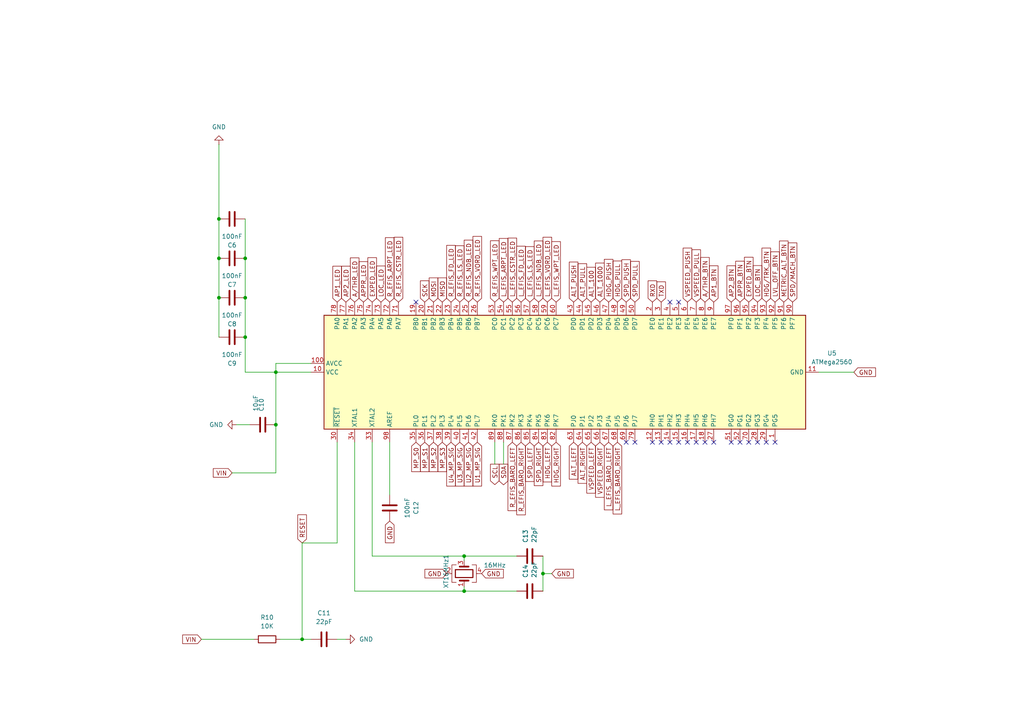
<source format=kicad_sch>
(kicad_sch (version 20231120) (generator "eeschema") (generator_version "8.0")
  (paper "A4")
  (title_block (title "FCU Mainboard schematics") (date "2024-03-05") (rev "1.0"))
  (lib_symbols
    (symbol "Device:C" (pin_numbers hide) (pin_names (offset 0.254))
      (property "Reference" "C" (at 0.635 2.54 0))
      (property "Value" "C" (at 0.635 -2.54 0))
      (symbol "C_0_1"
        (polyline (pts (xy -2.032 -0.762) (xy 2.032 -0.762)) (stroke (width 0.508)))
        (polyline (pts (xy -2.032 0.762) (xy 2.032 0.762)) (stroke (width 0.508)))
      )
      (symbol "C_1_1"
        (pin passive line (at 0 3.81 270) (length 2.794) (name "~") (number "1"))
        (pin passive line (at 0 -3.81 90) (length 2.794) (name "~") (number "2"))
      )
    )
    (symbol "Device:Crystal_GND24" (pin_names (offset 1.016) hide)
      (property "Reference" "Y" (at 3.175 5.08 0))
      (property "Value" "Crystal_GND24" (at 3.175 3.175 0))
      (symbol "Crystal_GND24_0_1"
        (rectangle (start -1.143 2.54) (end 1.143 -2.54) (stroke (width 0.3048)))
        (polyline (pts (xy -2.54 0) (xy -2.032 0)))
        (polyline (pts (xy -2.032 -1.27) (xy -2.032 1.27)) (stroke (width 0.508)))
        (polyline (pts (xy 0 -3.81) (xy 0 -3.556)))
        (polyline (pts (xy 0 3.556) (xy 0 3.81)))
        (polyline (pts (xy 2.032 -1.27) (xy 2.032 1.27)) (stroke (width 0.508)))
        (polyline (pts (xy 2.032 0) (xy 2.54 0)))
        (polyline (pts (xy -2.54 -2.286) (xy -2.54 -3.556) (xy 2.54 -3.556) (xy 2.54 -2.286)))
        (polyline (pts (xy -2.54 2.286) (xy -2.54 3.556) (xy 2.54 3.556) (xy 2.54 2.286)))
      )
      (symbol "Crystal_GND24_1_1"
        (pin passive line (at -3.81 0 0) (length 1.27) (name "1") (number "1"))
        (pin passive line (at 0 5.08 270) (length 1.27) (name "2") (number "2"))
        (pin passive line (at 3.81 0 180) (length 1.27) (name "3") (number "3"))
        (pin passive line (at 0 -5.08 90) (length 1.27) (name "4") (number "4"))
      )
    )
    (symbol "Device:R" (pin_numbers hide) (pin_names (offset 0))
      (property "Reference" "R" (at 2.032 0 90))
      (property "Value" "R" (at 0 0 90))
      (symbol "R_0_1"
        (rectangle (start -1.016 -2.54) (end 1.016 2.54) (stroke (width 0.254)))
      )
      (symbol "R_1_1"
        (pin passive line (at 0 3.81 270) (length 1.27) (name "~") (number "1"))
        (pin passive line (at 0 -3.81 90) (length 1.27) (name "~") (number "2"))
      )
    )
    (symbol "MCU_Microchip_ATmega:ATmega2560-16A"
      (property "Reference" "U" (at 0 1.27 0))
      (property "Value" "ATmega2560-16A" (at 0 -1.27 0))
      (symbol "ATmega2560-16A_0_1"
        (rectangle (start -16.51 -69.85) (end 16.51 69.85) (stroke (width 0.254)) (fill (type background)))
      )
      (symbol "ATmega2560-16A_1_1"
        (pin bidirectional line (at -20.32 -60.96 0) (length 3.81) (name "PG5") (number "1"))
        (pin power_in line (at 0 73.66 270) (length 3.81) (name "VCC") (number "10"))
        (pin power_in line (at 2.54 73.66 270) (length 3.81) (name "AVCC") (number "100"))
        (pin power_in line (at 0 -73.66 90) (length 3.81) (name "GND") (number "11"))
        (pin bidirectional line (at -20.32 -25.4 0) (length 3.81) (name "PH0") (number "12"))
        (pin bidirectional line (at -20.32 -27.94 0) (length 3.81) (name "PH1") (number "13"))
        (pin bidirectional line (at -20.32 -30.48 0) (length 3.81) (name "PH2") (number "14"))
        (pin bidirectional line (at -20.32 -33.02 0) (length 3.81) (name "PH3") (number "15"))
        (pin bidirectional line (at -20.32 -35.56 0) (length 3.81) (name "PH4") (number "16"))
        (pin bidirectional line (at -20.32 -38.1 0) (length 3.81) (name "PH5") (number "17"))
        (pin bidirectional line (at -20.32 -40.64 0) (length 3.81) (name "PH6") (number "18"))
        (pin bidirectional line (at 20.32 43.18 180) (length 3.81) (name "PB0") (number "19"))
        (pin bidirectional line (at 20.32 -25.4 180) (length 3.81) (name "PE0") (number "2"))
        (pin bidirectional line (at 20.32 40.64 180) (length 3.81) (name "PB1") (number "20"))
        (pin bidirectional line (at 20.32 38.1 180) (length 3.81) (name "PB2") (number "21"))
        (pin bidirectional line (at 20.32 35.56 180) (length 3.81) (name "PB3") (number "22"))
        (pin bidirectional line (at 20.32 33.02 180) (length 3.81) (name "PB4") (number "23"))
        (pin bidirectional line (at 20.32 30.48 180) (length 3.81) (name "PB5") (number "24"))
        (pin bidirectional line (at 20.32 27.94 180) (length 3.81) (name "PB6") (number "25"))
        (pin bidirectional line (at 20.32 25.4 180) (length 3.81) (name "PB7") (number "26"))
        (pin bidirectional line (at -20.32 -43.18 0) (length 3.81) (name "PH7") (number "27"))
        (pin bidirectional line (at -20.32 -55.88 0) (length 3.81) (name "PG3") (number "28"))
        (pin bidirectional line (at -20.32 -58.42 0) (length 3.81) (name "PG4") (number "29"))
        (pin bidirectional line (at 20.32 -27.94 180) (length 3.81) (name "PE1") (number "3"))
        (pin input line (at -20.32 66.04 0) (length 3.81) (name "~{RESET}") (number "30"))
        (pin passive line (at 0 73.66 270) (length 3.81) hide (name "VCC") (number "31"))
        (pin passive line (at 0 -73.66 90) (length 3.81) hide (name "GND") (number "32"))
        (pin output line (at -20.32 55.88 0) (length 3.81) (name "XTAL2") (number "33"))
        (pin input line (at -20.32 60.96 0) (length 3.81) (name "XTAL1") (number "34"))
        (pin bidirectional line (at -20.32 43.18 0) (length 3.81) (name "PL0") (number "35"))
        (pin bidirectional line (at -20.32 40.64 0) (length 3.81) (name "PL1") (number "36"))
        (pin bidirectional line (at -20.32 38.1 0) (length 3.81) (name "PL2") (number "37"))
        (pin bidirectional line (at -20.32 35.56 0) (length 3.81) (name "PL3") (number "38"))
        (pin bidirectional line (at -20.32 33.02 0) (length 3.81) (name "PL4") (number "39"))
        (pin bidirectional line (at 20.32 -30.48 180) (length 3.81) (name "PE2") (number "4"))
        (pin bidirectional line (at -20.32 30.48 0) (length 3.81) (name "PL5") (number "40"))
        (pin bidirectional line (at -20.32 27.94 0) (length 3.81) (name "PL6") (number "41"))
        (pin bidirectional line (at -20.32 25.4 0) (length 3.81) (name "PL7") (number "42"))
        (pin bidirectional line (at 20.32 -2.54 180) (length 3.81) (name "PD0") (number "43"))
        (pin bidirectional line (at 20.32 -5.08 180) (length 3.81) (name "PD1") (number "44"))
        (pin bidirectional line (at 20.32 -7.62 180) (length 3.81) (name "PD2") (number "45"))
        (pin bidirectional line (at 20.32 -10.16 180) (length 3.81) (name "PD3") (number "46"))
        (pin bidirectional line (at 20.32 -12.7 180) (length 3.81) (name "PD4") (number "47"))
        (pin bidirectional line (at 20.32 -15.24 180) (length 3.81) (name "PD5") (number "48"))
        (pin bidirectional line (at 20.32 -17.78 180) (length 3.81) (name "PD6") (number "49"))
        (pin bidirectional line (at 20.32 -33.02 180) (length 3.81) (name "PE3") (number "5"))
        (pin bidirectional line (at 20.32 -20.32 180) (length 3.81) (name "PD7") (number "50"))
        (pin bidirectional line (at -20.32 -48.26 0) (length 3.81) (name "PG0") (number "51"))
        (pin bidirectional line (at -20.32 -50.8 0) (length 3.81) (name "PG1") (number "52"))
        (pin bidirectional line (at 20.32 20.32 180) (length 3.81) (name "PC0") (number "53"))
        (pin bidirectional line (at 20.32 17.78 180) (length 3.81) (name "PC1") (number "54"))
        (pin bidirectional line (at 20.32 15.24 180) (length 3.81) (name "PC2") (number "55"))
        (pin bidirectional line (at 20.32 12.7 180) (length 3.81) (name "PC3") (number "56"))
        (pin bidirectional line (at 20.32 10.16 180) (length 3.81) (name "PC4") (number "57"))
        (pin bidirectional line (at 20.32 7.62 180) (length 3.81) (name "PC5") (number "58"))
        (pin bidirectional line (at 20.32 5.08 180) (length 3.81) (name "PC6") (number "59"))
        (pin bidirectional line (at 20.32 -35.56 180) (length 3.81) (name "PE4") (number "6"))
        (pin bidirectional line (at 20.32 2.54 180) (length 3.81) (name "PC7") (number "60"))
        (pin passive line (at 0 73.66 270) (length 3.81) hide (name "VCC") (number "61"))
        (pin passive line (at 0 -73.66 90) (length 3.81) hide (name "GND") (number "62"))
        (pin bidirectional line (at -20.32 -2.54 0) (length 3.81) (name "PJ0") (number "63"))
        (pin bidirectional line (at -20.32 -5.08 0) (length 3.81) (name "PJ1") (number "64"))
        (pin bidirectional line (at -20.32 -7.62 0) (length 3.81) (name "PJ2") (number "65"))
        (pin bidirectional line (at -20.32 -10.16 0) (length 3.81) (name "PJ3") (number "66"))
        (pin bidirectional line (at -20.32 -12.7 0) (length 3.81) (name "PJ4") (number "67"))
        (pin bidirectional line (at -20.32 -15.24 0) (length 3.81) (name "PJ5") (number "68"))
        (pin bidirectional line (at -20.32 -17.78 0) (length 3.81) (name "PJ6") (number "69"))
        (pin bidirectional line (at 20.32 -38.1 180) (length 3.81) (name "PE5") (number "7"))
        (pin bidirectional line (at -20.32 -53.34 0) (length 3.81) (name "PG2") (number "70"))
        (pin bidirectional line (at 20.32 48.26 180) (length 3.81) (name "PA7") (number "71"))
        (pin bidirectional line (at 20.32 50.8 180) (length 3.81) (name "PA6") (number "72"))
        (pin bidirectional line (at 20.32 53.34 180) (length 3.81) (name "PA5") (number "73"))
        (pin bidirectional line (at 20.32 55.88 180) (length 3.81) (name "PA4") (number "74"))
        (pin bidirectional line (at 20.32 58.42 180) (length 3.81) (name "PA3") (number "75"))
        (pin bidirectional line (at 20.32 60.96 180) (length 3.81) (name "PA2") (number "76"))
        (pin bidirectional line (at 20.32 63.5 180) (length 3.81) (name "PA1") (number "77"))
        (pin bidirectional line (at 20.32 66.04 180) (length 3.81) (name "PA0") (number "78"))
        (pin bidirectional line (at -20.32 -20.32 0) (length 3.81) (name "PJ7") (number "79"))
        (pin bidirectional line (at 20.32 -40.64 180) (length 3.81) (name "PE6") (number "8"))
        (pin passive line (at 0 73.66 270) (length 3.81) hide (name "VCC") (number "80"))
        (pin passive line (at 0 -73.66 90) (length 3.81) hide (name "GND") (number "81"))
        (pin bidirectional line (at -20.32 2.54 0) (length 3.81) (name "PK7") (number "82"))
        (pin bidirectional line (at -20.32 5.08 0) (length 3.81) (name "PK6") (number "83"))
        (pin bidirectional line (at -20.32 7.62 0) (length 3.81) (name "PK5") (number "84"))
        (pin bidirectional line (at -20.32 10.16 0) (length 3.81) (name "PK4") (number "85"))
        (pin bidirectional line (at -20.32 12.7 0) (length 3.81) (name "PK3") (number "86"))
        (pin bidirectional line (at -20.32 15.24 0) (length 3.81) (name "PK2") (number "87"))
        (pin bidirectional line (at -20.32 17.78 0) (length 3.81) (name "PK1") (number "88"))
        (pin bidirectional line (at -20.32 20.32 0) (length 3.81) (name "PK0") (number "89"))
        (pin bidirectional line (at 20.32 -43.18 180) (length 3.81) (name "PE7") (number "9"))
        (pin bidirectional line (at 20.32 -66.04 180) (length 3.81) (name "PF7") (number "90"))
        (pin bidirectional line (at 20.32 -63.5 180) (length 3.81) (name "PF6") (number "91"))
        (pin bidirectional line (at 20.32 -60.96 180) (length 3.81) (name "PF5") (number "92"))
        (pin bidirectional line (at 20.32 -58.42 180) (length 3.81) (name "PF4") (number "93"))
        (pin bidirectional line (at 20.32 -55.88 180) (length 3.81) (name "PF3") (number "94"))
        (pin bidirectional line (at 20.32 -53.34 180) (length 3.81) (name "PF2") (number "95"))
        (pin bidirectional line (at 20.32 -50.8 180) (length 3.81) (name "PF1") (number "96"))
        (pin bidirectional line (at 20.32 -48.26 180) (length 3.81) (name "PF0") (number "97"))
        (pin passive line (at -20.32 50.8 0) (length 3.81) (name "AREF") (number "98"))
        (pin passive line (at 0 -73.66 90) (length 3.81) hide (name "GND") (number "99"))
      )
    )
    (symbol "power:GND" (power) (pin_numbers hide) (pin_names (offset 0) hide)
      (property "Value" "GND" (at 0 -3.81 0))
      (symbol "GND_0_1"
        (polyline (pts (xy 0 0) (xy 0 -1.27) (xy 1.27 -1.27) (xy 0 -2.54) (xy -1.27 -1.27) (xy 0 -1.27)))
      )
      (symbol "GND_1_1"
        (pin power_in line (at 0 0 270) (length 0) (name "~") (number "1"))
      )
    )
  )
  (junction (at 80.01 107.95))
  (junction (at 71.12 86.36))
  (junction (at 71.12 97.79))
  (junction (at 80.01 123.19))
  (junction (at 63.5 63.5))
  (junction (at 87.63 185.42))
  (junction (at 134.62 161.29))
  (junction (at 134.62 171.45))
  (junction (at 63.5 86.36))
  (junction (at 63.5 74.93))
  (junction (at 157.48 166.37))
  (junction (at 71.12 74.93))
  (no_connect (at 199.39 128.27))
  (no_connect (at 217.17 128.27))
  (no_connect (at 204.47 128.27))
  (no_connect (at 181.61 128.27))
  (no_connect (at 194.31 128.27))
  (no_connect (at 201.93 128.27))
  (no_connect (at 191.77 128.27))
  (no_connect (at 219.71 128.27))
  (no_connect (at 189.23 128.27))
  (no_connect (at 120.65 87.63))
  (no_connect (at 222.25 128.27))
  (no_connect (at 184.15 128.27))
  (no_connect (at 224.79 128.27))
  (no_connect (at 196.85 87.63))
  (no_connect (at 196.85 128.27))
  (no_connect (at 207.01 128.27))
  (no_connect (at 194.31 87.63))
  (no_connect (at 212.09 128.27))
  (no_connect (at 214.63 128.27))
  (wire (pts (xy 80.01 123.19) (xy 80.01 137.16)))
  (wire (pts (xy 87.63 157.48) (xy 87.63 185.42)))
  (wire (pts (xy 68.58 123.19) (xy 72.39 123.19)))
  (wire (pts (xy 134.62 170.18) (xy 134.62 171.45)))
  (wire (pts (xy 71.12 74.93) (xy 71.12 86.36)))
  (wire (pts (xy 63.5 63.5) (xy 63.5 74.93)))
  (wire (pts (xy 107.95 161.29) (xy 134.62 161.29)))
  (wire (pts (xy 71.12 107.95) (xy 80.01 107.95)))
  (wire (pts (xy 71.12 63.5) (xy 71.12 74.93)))
  (wire (pts (xy 80.01 105.41) (xy 90.17 105.41)))
  (wire (pts (xy 63.5 74.93) (xy 63.5 86.36)))
  (wire (pts (xy 113.03 128.27) (xy 113.03 143.51)))
  (wire (pts (xy 63.5 41.91) (xy 63.5 63.5)))
  (wire (pts (xy 157.48 166.37) (xy 160.02 166.37)))
  (wire (pts (xy 90.17 185.42) (xy 87.63 185.42)))
  (wire (pts (xy 80.01 137.16) (xy 67.31 137.16)))
  (wire (pts (xy 100.33 185.42) (xy 97.79 185.42)))
  (wire (pts (xy 102.87 171.45) (xy 102.87 128.27)))
  (wire (pts (xy 134.62 162.56) (xy 134.62 161.29)))
  (wire (pts (xy 102.87 171.45) (xy 134.62 171.45)))
  (wire (pts (xy 134.62 171.45) (xy 149.86 171.45)))
  (wire (pts (xy 134.62 161.29) (xy 149.86 161.29)))
  (wire (pts (xy 157.48 171.45) (xy 157.48 166.37)))
  (wire (pts (xy 80.01 107.95) (xy 80.01 105.41)))
  (wire (pts (xy 157.48 166.37) (xy 157.48 161.29)))
  (wire (pts (xy 71.12 97.79) (xy 71.12 107.95)))
  (wire (pts (xy 58.42 185.42) (xy 73.66 185.42)))
  (wire (pts (xy 71.12 86.36) (xy 71.12 97.79)))
  (wire (pts (xy 80.01 107.95) (xy 90.17 107.95)))
  (wire (pts (xy 87.63 157.48) (xy 97.79 157.48)))
  (wire (pts (xy 97.79 157.48) (xy 97.79 128.27)))
  (wire (pts (xy 143.51 128.27) (xy 143.51 134.62)))
  (wire (pts (xy 63.5 86.36) (xy 63.5 97.79)))
  (wire (pts (xy 80.01 107.95) (xy 80.01 123.19)))
  (wire (pts (xy 146.05 128.27) (xy 146.05 134.62)))
  (wire (pts (xy 107.95 161.29) (xy 107.95 128.27)))
  (wire (pts (xy 247.65 107.95) (xy 237.49 107.95)))
  (wire (pts (xy 81.28 185.42) (xy 87.63 185.42)))
  (global_label "MOSI" (shape input) (at 125.73 87.63 90) (property "Intersheetrefs" "${INTERSHEET_REFS}" (effects (hide yes))))
  (global_label "AP1_LED" (shape input) (at 97.79 87.63 90) (property "Intersheetrefs" "${INTERSHEET_REFS}" (effects (hide yes))))
  (global_label "HDG_PULL" (shape input) (at 179.07 87.63 90) (property "Intersheetrefs" "${INTERSHEET_REFS}" (effects (hide yes))))
  (global_label "TXD" (shape input) (at 191.77 87.63 90) (property "Intersheetrefs" "${INTERSHEET_REFS}" (effects (hide yes))))
  (global_label "AP2_BTN" (shape input) (at 212.09 87.63 90) (property "Intersheetrefs" "${INTERSHEET_REFS}" (effects (hide yes))))
  (global_label "APPR_LED" (shape input) (at 105.41 87.63 90) (property "Intersheetrefs" "${INTERSHEET_REFS}" (effects (hide yes))))
  (global_label "R_EFIS_WPT_LED" (shape input) (at 143.51 87.63 90) (property "Intersheetrefs" "${INTERSHEET_REFS}" (effects (hide yes))))
  (global_label "ALT_PULL" (shape input) (at 168.91 87.63 90) (property "Intersheetrefs" "${INTERSHEET_REFS}" (effects (hide yes))))
  (global_label "ALT_100" (shape input) (at 171.45 87.63 90) (property "Intersheetrefs" "${INTERSHEET_REFS}" (effects (hide yes))))
  (global_label "U3_MP_SIG" (shape input) (at 133.35 128.27 270) (property "Intersheetrefs" "${INTERSHEET_REFS}" (effects (hide yes))))
  (global_label "R_EFIS_BARO_RIGHT" (shape input) (at 151.13 128.27 270) (property "Intersheetrefs" "${INTERSHEET_REFS}" (effects (hide yes))))
  (global_label "R_EFIS_ARPT_LED" (shape input) (at 113.03 87.63 90) (property "Intersheetrefs" "${INTERSHEET_REFS}" (effects (hide yes))))
  (global_label "MP_S3" (shape input) (at 128.27 128.27 270) (property "Intersheetrefs" "${INTERSHEET_REFS}" (effects (hide yes))))
  (global_label "VSPEED_PULL" (shape input) (at 201.93 87.63 90) (property "Intersheetrefs" "${INTERSHEET_REFS}" (effects (hide yes))))
  (global_label "HDG_PUSH" (shape input) (at 176.53 87.63 90) (property "Intersheetrefs" "${INTERSHEET_REFS}" (effects (hide yes))))
  (global_label "L_EFIS_NDB_LED" (shape input) (at 156.21 87.63 90) (property "Intersheetrefs" "${INTERSHEET_REFS}" (effects (hide yes))))
  (global_label "SDA" (shape output) (at 146.05 134.62 270) (property "Intersheetrefs" "${INTERSHEET_REFS}" (effects (hide yes))))
  (global_label "VIN" (shape input) (at 67.31 137.16 180) (property "Intersheetrefs" "${INTERSHEET_REFS}" (effects (hide yes))))
  (global_label "AP2_LED" (shape input) (at 100.33 87.63 90) (property "Intersheetrefs" "${INTERSHEET_REFS}" (effects (hide yes))))
  (global_label "GND" (shape input) (at 129.54 166.37 180) (property "Intersheetrefs" "${INTERSHEET_REFS}" (effects (hide yes))))
  (global_label "RXD" (shape input) (at 189.23 87.63 90) (property "Intersheetrefs" "${INTERSHEET_REFS}" (effects (hide yes))))
  (global_label "MP_S2" (shape input) (at 125.73 128.27 270) (property "Intersheetrefs" "${INTERSHEET_REFS}" (effects (hide yes))))
  (global_label "U2_MP_SIG" (shape input) (at 135.89 128.27 270) (property "Intersheetrefs" "${INTERSHEET_REFS}" (effects (hide yes))))
  (global_label "L_EFIS_ARPT_LED" (shape input) (at 146.05 87.63 90) (property "Intersheetrefs" "${INTERSHEET_REFS}" (effects (hide yes))))
  (global_label "R_EFIS_FD_LED" (shape input) (at 130.81 87.63 90) (property "Intersheetrefs" "${INTERSHEET_REFS}" (effects (hide yes))))
  (global_label "SPD_LEFT" (shape input) (at 153.67 128.27 270) (property "Intersheetrefs" "${INTERSHEET_REFS}" (effects (hide yes))))
  (global_label "R_EFIS_CSTR_LED" (shape input) (at 115.57 87.63 90) (property "Intersheetrefs" "${INTERSHEET_REFS}" (effects (hide yes))))
  (global_label "MP_S0" (shape input) (at 120.65 128.27 270) (property "Intersheetrefs" "${INTERSHEET_REFS}" (effects (hide yes))))
  (global_label "SCK" (shape input) (at 123.19 87.63 90) (property "Intersheetrefs" "${INTERSHEET_REFS}" (effects (hide yes))))
  (global_label "U4_MP_SIG" (shape input) (at 130.81 128.27 270) (property "Intersheetrefs" "${INTERSHEET_REFS}" (effects (hide yes))))
  (global_label "LVL_OFF_BTN" (shape input) (at 224.79 87.63 90) (property "Intersheetrefs" "${INTERSHEET_REFS}" (effects (hide yes))))
  (global_label "HDG_LEFT" (shape input) (at 158.75 128.27 270) (property "Intersheetrefs" "${INTERSHEET_REFS}" (effects (hide yes))))
  (global_label "LOC_BTN" (shape input) (at 219.71 87.63 90) (property "Intersheetrefs" "${INTERSHEET_REFS}" (effects (hide yes))))
  (global_label "R_EFIS_NDB_LED" (shape input) (at 135.89 87.63 90) (property "Intersheetrefs" "${INTERSHEET_REFS}" (effects (hide yes))))
  (global_label "VSPEED_RIGHT" (shape input) (at 173.99 128.27 270) (property "Intersheetrefs" "${INTERSHEET_REFS}" (effects (hide yes))))
  (global_label "GND" (shape input) (at 247.65 107.95 0) (property "Intersheetrefs" "${INTERSHEET_REFS}" (effects (hide yes))))
  (global_label "HDG{slash}TRK_BTN" (shape input) (at 222.25 87.63 90) (property "Intersheetrefs" "${INTERSHEET_REFS}" (effects (hide yes))))
  (global_label "METRIC_ALT_BTN" (shape input) (at 227.33 87.63 90) (property "Intersheetrefs" "${INTERSHEET_REFS}" (effects (hide yes))))
  (global_label "L_EFIS_LS_LED" (shape input) (at 153.67 87.63 90) (property "Intersheetrefs" "${INTERSHEET_REFS}" (effects (hide yes))))
  (global_label "APPR_BTN" (shape input) (at 214.63 87.63 90) (property "Intersheetrefs" "${INTERSHEET_REFS}" (effects (hide yes))))
  (global_label "MP_S1" (shape input) (at 123.19 128.27 270) (property "Intersheetrefs" "${INTERSHEET_REFS}" (effects (hide yes))))
  (global_label "SPD_RIGHT" (shape input) (at 156.21 128.27 270) (property "Intersheetrefs" "${INTERSHEET_REFS}" (effects (hide yes))))
  (global_label "AP1_BTN" (shape input) (at 207.01 87.63 90) (property "Intersheetrefs" "${INTERSHEET_REFS}" (effects (hide yes))))
  (global_label "R_EFIS_LS_LED" (shape input) (at 133.35 87.63 90) (property "Intersheetrefs" "${INTERSHEET_REFS}" (effects (hide yes))))
  (global_label "R_EFIS_BARO_LEFT" (shape input) (at 148.59 128.27 270) (property "Intersheetrefs" "${INTERSHEET_REFS}" (effects (hide yes))))
  (global_label "LOC_LED" (shape input) (at 110.49 87.63 90) (property "Intersheetrefs" "${INTERSHEET_REFS}" (effects (hide yes))))
  (global_label "ALT_LEFT" (shape input) (at 166.37 128.27 270) (property "Intersheetrefs" "${INTERSHEET_REFS}" (effects (hide yes))))
  (global_label "L_EFIS_WPT_LED" (shape input) (at 161.29 87.63 90) (property "Intersheetrefs" "${INTERSHEET_REFS}" (effects (hide yes))))
  (global_label "SPD_PUSH" (shape input) (at 181.61 87.63 90) (property "Intersheetrefs" "${INTERSHEET_REFS}" (effects (hide yes))))
  (global_label "L_EFIS_CSTR_LED" (shape input) (at 148.59 87.63 90) (property "Intersheetrefs" "${INTERSHEET_REFS}" (effects (hide yes))))
  (global_label "L_EFIS_VORD_LED" (shape input) (at 158.75 87.63 90) (property "Intersheetrefs" "${INTERSHEET_REFS}" (effects (hide yes))))
  (global_label "U1_MP_SIG" (shape input) (at 138.43 128.27 270) (property "Intersheetrefs" "${INTERSHEET_REFS}" (effects (hide yes))))
  (global_label "EXPED_LED" (shape input) (at 107.95 87.63 90) (property "Intersheetrefs" "${INTERSHEET_REFS}" (effects (hide yes))))
  (global_label "ALT_RIGHT" (shape input) (at 168.91 128.27 270) (property "Intersheetrefs" "${INTERSHEET_REFS}" (effects (hide yes))))
  (global_label "EXPED_BTN" (shape input) (at 217.17 87.63 90) (property "Intersheetrefs" "${INTERSHEET_REFS}" (effects (hide yes))))
  (global_label "HDG_RIGHT" (shape input) (at 161.29 128.27 270) (property "Intersheetrefs" "${INTERSHEET_REFS}" (effects (hide yes))))
  (global_label "GND" (shape input) (at 139.7 166.37 0) (property "Intersheetrefs" "${INTERSHEET_REFS}" (effects (hide yes))))
  (global_label "ALT_1000" (shape input) (at 173.99 87.63 90) (property "Intersheetrefs" "${INTERSHEET_REFS}" (effects (hide yes))))
  (global_label "A{slash}THR_BTN" (shape input) (at 204.47 87.63 90) (property "Intersheetrefs" "${INTERSHEET_REFS}" (effects (hide yes))))
  (global_label "SPD_PULL" (shape input) (at 184.15 87.63 90) (property "Intersheetrefs" "${INTERSHEET_REFS}" (effects (hide yes))))
  (global_label "GND" (shape input) (at 113.03 151.13 270) (property "Intersheetrefs" "${INTERSHEET_REFS}" (effects (hide yes))))
  (global_label "L_EFIS_BARO_LEFT" (shape input) (at 176.53 128.27 270) (property "Intersheetrefs" "${INTERSHEET_REFS}" (effects (hide yes))))
  (global_label "R_EFIS_VORD_LED" (shape input) (at 138.43 87.63 90) (property "Intersheetrefs" "${INTERSHEET_REFS}" (effects (hide yes))))
  (global_label "L_EFIS_FD_LED" (shape input) (at 151.13 87.63 90) (property "Intersheetrefs" "${INTERSHEET_REFS}" (effects (hide yes))))
  (global_label "VIN" (shape input) (at 58.42 185.42 180) (property "Intersheetrefs" "${INTERSHEET_REFS}" (effects (hide yes))))
  (global_label "A{slash}THR_LED" (shape input) (at 102.87 87.63 90) (property "Intersheetrefs" "${INTERSHEET_REFS}" (effects (hide yes))))
  (global_label "VSPEED_LEFT" (shape input) (at 171.45 128.27 270) (property "Intersheetrefs" "${INTERSHEET_REFS}" (effects (hide yes))))
  (global_label "L_EFIS_BARO_RIGHT" (shape input) (at 179.07 128.27 270) (property "Intersheetrefs" "${INTERSHEET_REFS}" (effects (hide yes))))
  (global_label "MISO" (shape input) (at 128.27 87.63 90) (property "Intersheetrefs" "${INTERSHEET_REFS}" (effects (hide yes))))
  (global_label "SCL" (shape output) (at 143.51 134.62 270) (property "Intersheetrefs" "${INTERSHEET_REFS}" (effects (hide yes))))
  (global_label "SPD{slash}MACH_BTN" (shape input) (at 229.87 87.63 90) (property "Intersheetrefs" "${INTERSHEET_REFS}" (effects (hide yes))))
  (global_label "GND" (shape input) (at 160.02 166.37 0) (property "Intersheetrefs" "${INTERSHEET_REFS}" (effects (hide yes))))
  (global_label "RESET" (shape input) (at 87.63 157.48 90) (property "Intersheetrefs" "${INTERSHEET_REFS}" (effects (hide yes))))
  (global_label "ALT_PUSH" (shape input) (at 166.37 87.63 90) (property "Intersheetrefs" "${INTERSHEET_REFS}" (effects (hide yes))))
  (global_label "VSPEED_PUSH" (shape input) (at 199.39 87.63 90) (property "Intersheetrefs" "${INTERSHEET_REFS}" (effects (hide yes))))
  (symbol (lib_id "Device:R") (at 77.47 185.42 90) (unit 1)
    (property "Reference" "R10" (at 77.47 179.07 90))
    (property "Value" "10K" (at 77.47 181.61 90))
    (property "Footprint" "Resistor_SMD:R_1206_3216Metric_Pad1.30x1.75mm_HandSolder" (effects (hide yes)))
    (property "Description" "Resistor" (effects (hide yes)))
  )
  (symbol (lib_id "Device:C") (at 67.31 74.93 270) (unit 1)
    (property "Reference" "C7" (at 67.31 82.55 90))
    (property "Value" "100nF" (at 67.31 80.01 90))
    (property "Footprint" "Capacitor_SMD:C_1206_3216Metric_Pad1.33x1.80mm_HandSolder" (effects (hide yes)))
    (property "Description" "Unpolarized capacitor" (effects (hide yes)))
  )
  (symbol (lib_id "Device:C") (at 93.98 185.42 90) (unit 1)
    (property "Reference" "C11" (at 93.98 177.8 90))
    (property "Value" "22pF" (at 93.98 180.34 90))
    (property "Footprint" "Capacitor_SMD:C_1206_3216Metric_Pad1.33x1.80mm_HandSolder" (effects (hide yes)))
    (property "Description" "Unpolarized capacitor" (effects (hide yes)))
  )
  (symbol (lib_id "MCU_Microchip_ATmega:ATmega2560-16A") (at 163.83 107.95 90) (unit 1)
    (property "Reference" "U5" (at 241.3 102.4538 90))
    (property "Value" "ATMega2560" (at 241.3 104.9938 90))
    (property "Footprint" "SFLibrary:TQFP100-0.5-14X14MM" (effects (hide yes)))
    (property "Datasheet" "http://ww1.microchip.com/downloads/en/DeviceDoc/Atmel-2549-8-bit-AVR-Microcontroller-ATmega640-1280-1281-2560-2561_datasheet.pdf" (effects (hide yes)))
    (property "Description" "16MHz, 256kB Flash, 8kB SRAM, 4kB EEPROM, JTAG, TQFP-100" (effects (hide yes)))
  )
  (symbol (lib_id "power:GND") (at 63.5 41.91 180) (unit 1)
    (property "Reference" "#PWR010" (effects (hide yes)))
    (property "Value" "GND" (at 63.5 36.83 0))
    (property "Description" "Power symbol creates a global label with name \"GND\" , ground" (effects (hide yes)))
  )
  (symbol (lib_id "Device:C") (at 76.2 123.19 270) (unit 1)
    (property "Reference" "C10" (at 75.8189 119.38 0) (effects (justify right)))
    (property "Value" "10uF" (at 74.168 119.38 0) (effects (justify right)))
    (property "Footprint" "Capacitor_SMD:C_1206_3216Metric_Pad1.33x1.80mm_HandSolder" (effects (hide yes)))
    (property "Description" "Unpolarized capacitor" (effects (hide yes)))
  )
  (symbol (lib_id "power:GND") (at 100.33 185.42 90) (unit 1)
    (property "Reference" "#PWR055" (effects (hide yes)))
    (property "Value" "GND" (at 104.14 185.4199 90) (effects (justify right)))
    (property "Description" "Power symbol creates a global label with name \"GND\" , ground" (effects (hide yes)))
  )
  (symbol (lib_id "Device:C") (at 113.03 147.32 0) (unit 1)
    (property "Reference" "C12" (at 120.65 147.32 90))
    (property "Value" "100nF" (at 118.11 147.32 90))
    (property "Footprint" "Capacitor_SMD:C_1206_3216Metric_Pad1.33x1.80mm_HandSolder" (effects (hide yes)))
    (property "Description" "Unpolarized capacitor" (effects (hide yes)))
  )
  (symbol (lib_id "Device:Crystal_GND24") (at 134.62 166.37 90) (unit 1)
    (property "Reference" "XT16MHz1" (at 129.37 165.745 0))
    (property "Value" "16MHz" (at 143.51 163.9568 90))
    (property "Footprint" "Crystal:Crystal_SMD_EuroQuartz_MJ-4Pin_5.0x3.2mm_HandSoldering" (effects (hide yes)))
    (property "Description" "Four pin crystal, GND on pins 2 and 4" (effects (hide yes)))
  )
  (symbol (lib_id "Device:C") (at 67.31 86.36 270) (unit 1)
    (property "Reference" "C8" (at 67.31 93.98 90))
    (property "Value" "100nF" (at 67.31 91.44 90))
    (property "Footprint" "Capacitor_SMD:C_1206_3216Metric_Pad1.33x1.80mm_HandSolder" (effects (hide yes)))
    (property "Description" "Unpolarized capacitor" (effects (hide yes)))
  )
  (symbol (lib_id "power:GND") (at 68.58 123.19 270) (unit 1)
    (property "Reference" "#PWR06" (effects (hide yes)))
    (property "Value" "GND" (at 64.77 123.1899 90) (effects (justify right)))
    (property "Description" "Power symbol creates a global label with name \"GND\" , ground" (effects (hide yes)))
  )
  (symbol (lib_id "Device:C") (at 153.67 161.29 90) (unit 1)
    (property "Reference" "C13" (at 152.3999 157.48 0) (effects (justify left)))
    (property "Value" "22pF" (at 154.9399 157.48 0) (effects (justify left)))
    (property "Footprint" "Capacitor_SMD:C_1206_3216Metric_Pad1.33x1.80mm_HandSolder" (effects (hide yes)))
    (property "Description" "Unpolarized capacitor" (effects (hide yes)))
  )
  (symbol (lib_id "Device:C") (at 67.31 97.79 270) (unit 1)
    (property "Reference" "C9" (at 67.31 105.41 90))
    (property "Value" "100nF" (at 67.31 102.87 90))
    (property "Footprint" "Capacitor_SMD:C_1206_3216Metric_Pad1.33x1.80mm_HandSolder" (effects (hide yes)))
    (property "Description" "Unpolarized capacitor" (effects (hide yes)))
  )
  (symbol (lib_id "Device:C") (at 67.31 63.5 270) (unit 1)
    (property "Reference" "C6" (at 67.31 71.12 90))
    (property "Value" "100nF" (at 67.31 68.58 90))
    (property "Footprint" "Capacitor_SMD:C_1206_3216Metric_Pad1.33x1.80mm_HandSolder" (effects (hide yes)))
    (property "Description" "Unpolarized capacitor" (effects (hide yes)))
  )
  (symbol (lib_id "Device:C") (at 153.67 171.45 90) (unit 1)
    (property "Reference" "C14" (at 152.3999 167.64 0) (effects (justify left)))
    (property "Value" "22pF" (at 154.9399 167.64 0) (effects (justify left)))
    (property "Footprint" "Capacitor_SMD:C_1206_3216Metric_Pad1.33x1.80mm_HandSolder" (effects (hide yes)))
    (property "Description" "Unpolarized capacitor" (effects (hide yes)))
  )
  (sheet (at 612.14 227.33) (size 275.59 204.47) (stroke (width 0.1524))
    (property "Sheetname" "EFIS_LEFT" (at 612.14 226.6184 0) (show_name yes) (effects (justify left bottom)))
    (property "Sheetfile" "efis_right.kicad_sch" (at 612.14 432.3846 0) (show_name yes) (effects (justify left top)))
  )
  (sheet (at 0 227.33) (size 298.45 205.74) (stroke (width 0.1524))
    (property "Sheetname" "OLEDs" (at 0 226.6184 0) (show_name yes) (effects (justify left bottom)))
    (property "Sheetfile" "oleds.kicad_sch" (at 0 433.6546 0) (show_name yes) (effects (justify left top)))
  )
  (sheet (at 331.47 0) (size 265.43 204.47) (stroke (width 0.1524))
    (property "Sheetname" "FCU" (at 331.47 -0.7116 0) (show_name yes) (effects (justify left bottom)))
    (property "Sheetfile" "fcu.kicad_sch" (at 331.47 205.0546 0) (show_name yes) (effects (justify left top)))
  )
  (sheet (at 331.47 227.33) (size 266.7 205.74) (stroke (width 0.1524))
    (property "Sheetname" "EFIS_RIGHT" (at 331.47 226.6184 0) (show_name yes) (effects (justify left bottom)))
    (property "Sheetfile" "efis_left.kicad_sch" (at 331.47 433.6546 0) (show_name yes) (effects (justify left top)))
  )
  (sheet (at 609.6 0) (size 278.13 215.9) (stroke (width 0.1524))
    (property "Sheetname" "Power Connectors" (at 609.6 -0.7116 0) (effects (justify left bottom)))
    (property "Sheetfile" "pwr_conn.kicad_sch" (at 609.6 216.4846 0) (effects (justify left top)))
  )
)
</source>
